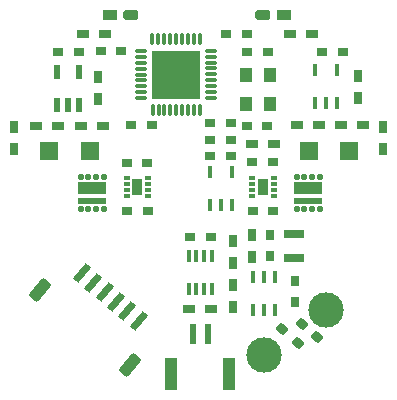
<source format=gtp>
G04*
G04 #@! TF.GenerationSoftware,Altium Limited,Altium Designer,20.0.13 (296)*
G04*
G04 Layer_Color=8421504*
%FSLAX24Y24*%
%MOIN*%
G70*
G01*
G75*
%ADD21R,0.0400X0.0315*%
%ADD22R,0.0350X0.0300*%
G04:AMPARAMS|DCode=23|XSize=35mil|YSize=30mil|CornerRadius=0mil|HoleSize=0mil|Usage=FLASHONLY|Rotation=320.000|XOffset=0mil|YOffset=0mil|HoleType=Round|Shape=Rectangle|*
%AMROTATEDRECTD23*
4,1,4,-0.0230,-0.0002,-0.0038,0.0227,0.0230,0.0002,0.0038,-0.0227,-0.0230,-0.0002,0.0*
%
%ADD23ROTATEDRECTD23*%

G04:AMPARAMS|DCode=24|XSize=11.8mil|YSize=19.7mil|CornerRadius=1.5mil|HoleSize=0mil|Usage=FLASHONLY|Rotation=90.000|XOffset=0mil|YOffset=0mil|HoleType=Round|Shape=RoundedRectangle|*
%AMROUNDEDRECTD24*
21,1,0.0118,0.0167,0,0,90.0*
21,1,0.0089,0.0197,0,0,90.0*
1,1,0.0030,0.0084,0.0044*
1,1,0.0030,0.0084,-0.0044*
1,1,0.0030,-0.0084,-0.0044*
1,1,0.0030,-0.0084,0.0044*
%
%ADD24ROUNDEDRECTD24*%
G04:AMPARAMS|DCode=25|XSize=51.2mil|YSize=35.4mil|CornerRadius=2.7mil|HoleSize=0mil|Usage=FLASHONLY|Rotation=90.000|XOffset=0mil|YOffset=0mil|HoleType=Round|Shape=RoundedRectangle|*
%AMROUNDEDRECTD25*
21,1,0.0512,0.0301,0,0,90.0*
21,1,0.0459,0.0354,0,0,90.0*
1,1,0.0053,0.0151,0.0229*
1,1,0.0053,0.0151,-0.0229*
1,1,0.0053,-0.0151,-0.0229*
1,1,0.0053,-0.0151,0.0229*
%
%ADD25ROUNDEDRECTD25*%
G04:AMPARAMS|DCode=26|XSize=23.6mil|YSize=66.9mil|CornerRadius=0mil|HoleSize=0mil|Usage=FLASHONLY|Rotation=140.000|XOffset=0mil|YOffset=0mil|HoleType=Round|Shape=Rectangle|*
%AMROTATEDRECTD26*
4,1,4,0.0306,0.0180,-0.0125,-0.0332,-0.0306,-0.0180,0.0125,0.0332,0.0306,0.0180,0.0*
%
%ADD26ROTATEDRECTD26*%

G04:AMPARAMS|DCode=27|XSize=39.4mil|YSize=78.7mil|CornerRadius=9.8mil|HoleSize=0mil|Usage=FLASHONLY|Rotation=320.000|XOffset=0mil|YOffset=0mil|HoleType=Round|Shape=RoundedRectangle|*
%AMROUNDEDRECTD27*
21,1,0.0394,0.0591,0,0,320.0*
21,1,0.0197,0.0787,0,0,320.0*
1,1,0.0197,-0.0114,-0.0289*
1,1,0.0197,-0.0265,-0.0163*
1,1,0.0197,0.0114,0.0289*
1,1,0.0197,0.0265,0.0163*
%
%ADD27ROUNDEDRECTD27*%
%ADD28R,0.0236X0.0669*%
%ADD29R,0.0394X0.1102*%
%ADD30C,0.1181*%
%ADD31R,0.0315X0.0400*%
%ADD32R,0.0177X0.0394*%
%ADD33R,0.0300X0.0350*%
%ADD34R,0.0128X0.0394*%
%ADD35R,0.0709X0.0315*%
G04:AMPARAMS|DCode=36|XSize=96.5mil|YSize=22.2mil|CornerRadius=1.7mil|HoleSize=0mil|Usage=FLASHONLY|Rotation=180.000|XOffset=0mil|YOffset=0mil|HoleType=Round|Shape=RoundedRectangle|*
%AMROUNDEDRECTD36*
21,1,0.0965,0.0189,0,0,180.0*
21,1,0.0931,0.0222,0,0,180.0*
1,1,0.0033,-0.0466,0.0095*
1,1,0.0033,0.0466,0.0095*
1,1,0.0033,0.0466,-0.0095*
1,1,0.0033,-0.0466,-0.0095*
%
%ADD36ROUNDEDRECTD36*%
G04:AMPARAMS|DCode=37|XSize=96.5mil|YSize=39.4mil|CornerRadius=3mil|HoleSize=0mil|Usage=FLASHONLY|Rotation=180.000|XOffset=0mil|YOffset=0mil|HoleType=Round|Shape=RoundedRectangle|*
%AMROUNDEDRECTD37*
21,1,0.0965,0.0335,0,0,180.0*
21,1,0.0906,0.0394,0,0,180.0*
1,1,0.0059,-0.0453,0.0167*
1,1,0.0059,0.0453,0.0167*
1,1,0.0059,0.0453,-0.0167*
1,1,0.0059,-0.0453,-0.0167*
%
%ADD37ROUNDEDRECTD37*%
G04:AMPARAMS|DCode=38|XSize=17.7mil|YSize=17.7mil|CornerRadius=2.2mil|HoleSize=0mil|Usage=FLASHONLY|Rotation=180.000|XOffset=0mil|YOffset=0mil|HoleType=Round|Shape=RoundedRectangle|*
%AMROUNDEDRECTD38*
21,1,0.0177,0.0133,0,0,180.0*
21,1,0.0133,0.0177,0,0,180.0*
1,1,0.0044,-0.0066,0.0066*
1,1,0.0044,0.0066,0.0066*
1,1,0.0044,0.0066,-0.0066*
1,1,0.0044,-0.0066,-0.0066*
%
%ADD38ROUNDEDRECTD38*%
%ADD39R,0.0600X0.0630*%
%ADD40R,0.0433X0.0512*%
%ADD41R,0.0197X0.0472*%
G04:AMPARAMS|DCode=42|XSize=50mil|YSize=35mil|CornerRadius=0mil|HoleSize=0mil|Usage=FLASHONLY|Rotation=180.000|XOffset=0mil|YOffset=0mil|HoleType=Round|Shape=Octagon|*
%AMOCTAGOND42*
4,1,8,-0.0250,0.0088,-0.0250,-0.0088,-0.0163,-0.0175,0.0163,-0.0175,0.0250,-0.0088,0.0250,0.0088,0.0163,0.0175,-0.0163,0.0175,-0.0250,0.0088,0.0*
%
%ADD42OCTAGOND42*%

%ADD43R,0.0500X0.0350*%
%ADD44R,0.1614X0.1614*%
%ADD45O,0.0110X0.0433*%
%ADD46O,0.0433X0.0110*%
D21*
X44355Y21880D02*
D03*
X43625D02*
D03*
X41535Y16400D02*
D03*
X42265D02*
D03*
X47315Y22515D02*
D03*
X46585D02*
D03*
X45135D02*
D03*
X45865D02*
D03*
X45615Y25550D02*
D03*
X44885D02*
D03*
X38663Y22503D02*
D03*
X37933D02*
D03*
X36435Y22500D02*
D03*
X37165D02*
D03*
X37985Y25550D02*
D03*
X38715D02*
D03*
D22*
X42920Y22030D02*
D03*
X42230D02*
D03*
X41560Y18800D02*
D03*
X42250D02*
D03*
X43652Y19651D02*
D03*
X44342D02*
D03*
X44330Y21300D02*
D03*
X43640D02*
D03*
X42240Y21490D02*
D03*
X42930D02*
D03*
X42240Y22590D02*
D03*
X42930D02*
D03*
X44140Y22500D02*
D03*
X43450D02*
D03*
X45960Y24950D02*
D03*
X46650D02*
D03*
X43460D02*
D03*
X44150D02*
D03*
X43450Y25549D02*
D03*
X42760D02*
D03*
X39460Y19650D02*
D03*
X40150D02*
D03*
X40140Y21251D02*
D03*
X39450D02*
D03*
X39600Y22530D02*
D03*
X40290D02*
D03*
X37160Y24950D02*
D03*
X37850D02*
D03*
X39270Y24990D02*
D03*
X38580D02*
D03*
D23*
X45150Y15261D02*
D03*
X44622Y15705D02*
D03*
X45810Y15451D02*
D03*
X45282Y15895D02*
D03*
D24*
X43637Y20746D02*
D03*
Y20549D02*
D03*
Y20352D02*
D03*
Y20155D02*
D03*
X44346D02*
D03*
Y20352D02*
D03*
Y20549D02*
D03*
Y20746D02*
D03*
X39446Y20155D02*
D03*
Y20352D02*
D03*
Y20548D02*
D03*
Y20745D02*
D03*
X40154D02*
D03*
Y20548D02*
D03*
Y20352D02*
D03*
Y20155D02*
D03*
D25*
X43992Y20451D02*
D03*
X39800Y20450D02*
D03*
D26*
X37959Y17578D02*
D03*
X38336Y17262D02*
D03*
X38713Y16945D02*
D03*
X39090Y16629D02*
D03*
X39844Y15996D02*
D03*
X39467Y16313D02*
D03*
D27*
X36554Y17036D02*
D03*
X39554Y14518D02*
D03*
D28*
X42146Y15541D02*
D03*
X41654D02*
D03*
D29*
X42874Y14222D02*
D03*
X40926D02*
D03*
D30*
X44030Y14860D02*
D03*
X46090Y16340D02*
D03*
D31*
X42980Y16450D02*
D03*
Y17180D02*
D03*
X43620Y18115D02*
D03*
Y18845D02*
D03*
X42980Y17925D02*
D03*
Y18655D02*
D03*
X48000Y22465D02*
D03*
Y21735D02*
D03*
X47150Y24165D02*
D03*
Y23435D02*
D03*
X35700Y22465D02*
D03*
Y21735D02*
D03*
X38500Y24115D02*
D03*
Y23385D02*
D03*
D32*
X44404Y16337D02*
D03*
X44030D02*
D03*
X43656D02*
D03*
Y17437D02*
D03*
X44030D02*
D03*
X44404D02*
D03*
X42974Y19849D02*
D03*
X42226D02*
D03*
X42600D02*
D03*
X42226Y20951D02*
D03*
X42974D02*
D03*
X46474Y23249D02*
D03*
X45726D02*
D03*
X46100D02*
D03*
X45726Y24351D02*
D03*
X46474D02*
D03*
D33*
X45050Y17320D02*
D03*
Y16630D02*
D03*
X44240Y18150D02*
D03*
Y18840D02*
D03*
D34*
X41772Y17050D02*
D03*
X41516D02*
D03*
Y18150D02*
D03*
X41772D02*
D03*
X42028D02*
D03*
X42284D02*
D03*
X42028Y17050D02*
D03*
X42284D02*
D03*
D35*
X45040Y18083D02*
D03*
Y18870D02*
D03*
D36*
X45496Y19993D02*
D03*
X38300Y19994D02*
D03*
D37*
X45496Y20422D02*
D03*
X38300Y20423D02*
D03*
D38*
X45112Y20790D02*
D03*
X45368D02*
D03*
X45624D02*
D03*
X45880D02*
D03*
Y19707D02*
D03*
X45624D02*
D03*
X45368D02*
D03*
X45112D02*
D03*
X37916Y20791D02*
D03*
X38172D02*
D03*
X38428D02*
D03*
X38684D02*
D03*
Y19709D02*
D03*
X38428D02*
D03*
X38172D02*
D03*
X37916D02*
D03*
D39*
X46875Y21650D02*
D03*
X45525D02*
D03*
X36875D02*
D03*
X38225D02*
D03*
D40*
X43430Y24190D02*
D03*
X44220D02*
D03*
X43430Y23220D02*
D03*
X44220D02*
D03*
D41*
X37874Y24301D02*
D03*
X37126D02*
D03*
X37500Y23199D02*
D03*
X37126D02*
D03*
X37874D02*
D03*
D42*
X44000Y26197D02*
D03*
X39600D02*
D03*
D43*
X44700D02*
D03*
X38900D02*
D03*
D44*
X41100Y24200D02*
D03*
D45*
X41888Y25370D02*
D03*
X41692D02*
D03*
X41495D02*
D03*
X41298D02*
D03*
X41101D02*
D03*
X40904D02*
D03*
X40707D02*
D03*
X40510D02*
D03*
X40310D02*
D03*
X40316Y23030D02*
D03*
X40512D02*
D03*
X40709D02*
D03*
X40906D02*
D03*
X41103D02*
D03*
X41300D02*
D03*
X41497D02*
D03*
X41694D02*
D03*
X41890D02*
D03*
D46*
X39930Y23416D02*
D03*
Y23612D02*
D03*
Y23809D02*
D03*
Y24006D02*
D03*
Y24203D02*
D03*
Y24400D02*
D03*
Y24597D02*
D03*
Y24794D02*
D03*
Y24990D02*
D03*
X42270Y24994D02*
D03*
Y24798D02*
D03*
Y24601D02*
D03*
Y24404D02*
D03*
Y24207D02*
D03*
Y24010D02*
D03*
Y23813D02*
D03*
Y23616D02*
D03*
Y23420D02*
D03*
M02*

</source>
